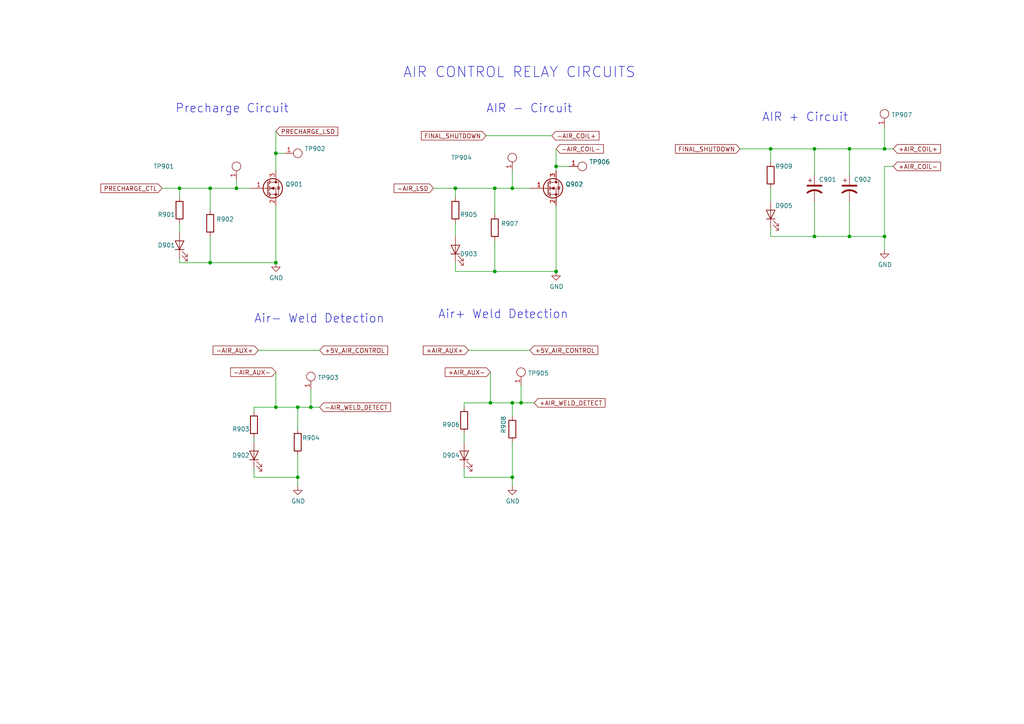
<source format=kicad_sch>
(kicad_sch (version 20211123) (generator eeschema)
  (paper "A4")
  (lib_symbols
    (symbol "formula:CP_1mF" (pin_numbers hide) (pin_names (offset 0.254) hide)
      (property "Reference" "C" (at 0.635 2.54 0))
      (property "Value" "CP_1mF" (at 0.635 -2.54 0))
      (symbol "CP_1mF_0_1"
        (polyline (pts (xy -2.032 0.762) (xy 2.032 0.762)) (stroke (width 0.508)))
        (polyline (pts (xy -1.778 2.286) (xy -0.762 2.286)))
        (polyline (pts (xy -1.27 1.778) (xy -1.27 2.794)))
        (arc (start 2.032 -1.27) (mid 0 -0.5572) (end -2.032 -1.27) (stroke (width 0.508)))
      )
      (symbol "CP_1mF_1_1"
        (pin passive line (at 0 3.81 270) (length 2.794) (name "~") (number "1"))
        (pin passive line (at 0 -3.81 90) (length 3.302) (name "~") (number "2"))
      )
    )
    (symbol "formula:LED_0805" (pin_numbers hide) (pin_names (offset 1.016) hide)
      (property "Reference" "D" (at 0 -2.54 0))
      (property "Value" "LED_0805" (at 0 2.54 0))
      (symbol "LED_0805_0_1"
        (polyline (pts (xy -1.27 -1.27) (xy -1.27 1.27)) (stroke (width 0.2032)))
        (polyline (pts (xy -1.27 0) (xy 1.27 0)))
        (polyline (pts (xy 1.27 -1.27) (xy 1.27 1.27) (xy -1.27 0) (xy 1.27 -1.27)) (stroke (width 0.2032)))
        (polyline (pts (xy -3.048 -0.762) (xy -4.572 -2.286) (xy -3.81 -2.286) (xy -4.572 -2.286) (xy -4.572 -1.524)))
        (polyline (pts (xy -1.778 -0.762) (xy -3.302 -2.286) (xy -2.54 -2.286) (xy -3.302 -2.286) (xy -3.302 -1.524)))
      )
      (symbol "LED_0805_1_1"
        (pin passive line (at -3.81 0 0) (length 2.54) (name "K") (number "1"))
        (pin passive line (at 3.81 0 180) (length 2.54) (name "A") (number "2"))
      )
    )
    (symbol "formula:R_10K" (pin_numbers hide) (pin_names (offset 0))
      (property "Reference" "R" (at 2.032 0 90))
      (property "Value" "R_10K" (at -2.54 0 90))
      (symbol "R_10K_0_1"
        (rectangle (start -1.016 -2.54) (end 1.016 2.54) (stroke (width 0.254)))
      )
      (symbol "R_10K_1_1"
        (pin passive line (at 0 3.81 270) (length 1.27) (name "~") (number "1"))
        (pin passive line (at 0 -3.81 90) (length 1.27) (name "~") (number "2"))
      )
    )
    (symbol "formula:R_1K" (pin_numbers hide) (pin_names (offset 0))
      (property "Reference" "R" (at 2.032 0 90))
      (property "Value" "R_1K" (at -2.54 0 90))
      (symbol "R_1K_0_1"
        (rectangle (start -1.016 -2.54) (end 1.016 2.54) (stroke (width 0.254)))
      )
      (symbol "R_1K_1_1"
        (pin passive line (at 0 3.81 270) (length 1.27) (name "~") (number "1"))
        (pin passive line (at 0 -3.81 90) (length 1.27) (name "~") (number "2"))
      )
    )
    (symbol "formula:R_200" (pin_numbers hide) (pin_names (offset 0))
      (property "Reference" "R" (at 2.032 0 90))
      (property "Value" "R_200" (at -2.54 0 90))
      (symbol "R_200_0_1"
        (rectangle (start -1.016 -2.54) (end 1.016 2.54) (stroke (width 0.254)))
      )
      (symbol "R_200_1_1"
        (pin passive line (at 0 3.81 270) (length 1.27) (name "~") (number "1"))
        (pin passive line (at 0 -3.81 90) (length 1.27) (name "~") (number "2"))
      )
    )
    (symbol "formula:SSM3K333R" (pin_names (offset 0) hide)
      (property "Reference" "Q" (at 5.08 1.905 0))
      (property "Value" "SSM3K333R" (at 5.08 0 0))
      (symbol "SSM3K333R_0_1"
        (polyline (pts (xy 0.762 -1.778) (xy 2.54 -1.778)))
        (polyline (pts (xy 0.762 -1.27) (xy 0.762 -2.286)) (stroke (width 0.254)))
        (polyline (pts (xy 0.762 0) (xy 2.54 0)))
        (polyline (pts (xy 0.762 0.508) (xy 0.762 -0.508)) (stroke (width 0.254)))
        (polyline (pts (xy 0.762 1.778) (xy 2.54 1.778)))
        (polyline (pts (xy 0.762 2.286) (xy 0.762 1.27)) (stroke (width 0.254)))
        (polyline (pts (xy 2.54 -1.778) (xy 2.54 -2.54)))
        (polyline (pts (xy 2.54 -1.778) (xy 2.54 0)))
        (polyline (pts (xy 2.54 2.54) (xy 2.54 1.778)))
        (polyline (pts (xy 0.254 1.905) (xy 0.254 -1.905) (xy 0.254 -1.905)) (stroke (width 0.254)))
        (polyline (pts (xy 1.016 0) (xy 2.032 0.381) (xy 2.032 -0.381) (xy 1.016 0)) (fill (type outline)))
        (polyline (pts (xy 2.54 -1.778) (xy 3.302 -1.778) (xy 3.302 1.778) (xy 2.54 1.778)))
        (polyline (pts (xy 2.794 0.508) (xy 2.921 0.381) (xy 3.683 0.381) (xy 3.81 0.254)))
        (polyline (pts (xy 3.302 0.381) (xy 2.921 -0.254) (xy 3.683 -0.254) (xy 3.302 0.381)))
        (circle (center 1.651 0) (radius 2.8194) (stroke (width 0.254)))
        (circle (center 2.54 -1.778) (radius 0.2794) (fill (type outline)))
        (circle (center 2.54 1.778) (radius 0.2794) (fill (type outline)))
      )
      (symbol "SSM3K333R_1_1"
        (pin input line (at -5.08 0 0) (length 5.334) (name "G") (number "1"))
        (pin passive line (at 2.54 -5.08 90) (length 2.54) (name "S") (number "2"))
        (pin passive line (at 2.54 5.08 270) (length 2.54) (name "D") (number "3"))
      )
    )
    (symbol "formula:Test_Point_SMD" (pin_names (offset 1.016))
      (property "Reference" "TP" (at 0 7.62 0))
      (property "Value" "Test_Point_SMD" (at 1.27 5.08 0))
      (symbol "Test_Point_SMD_1_1"
        (circle (center 0 2.54) (radius 1.27))
        (pin input line (at 0 -1.27 90) (length 2.54) (name "~") (number "1"))
      )
    )
    (symbol "power:GND" (power) (pin_names (offset 0))
      (property "Value" "GND" (at 0 -3.81 0))
      (symbol "GND_0_1"
        (polyline (pts (xy 0 0) (xy 0 -1.27) (xy 1.27 -1.27) (xy 0 -2.54) (xy -1.27 -1.27) (xy 0 -1.27)))
      )
      (symbol "GND_1_1"
        (pin power_in line (at 0 0 270) (length 0) hide (name "GND") (number "1"))
      )
    )
  )
  (junction (at 52.07 54.61))
  (junction (at 60.96 76.2))
  (junction (at 80.01 44.45))
  (junction (at 86.36 118.11))
  (junction (at 256.54 43.18))
  (junction (at 246.38 43.18))
  (junction (at 246.38 68.58))
  (junction (at 148.59 54.61))
  (junction (at 143.51 78.74))
  (junction (at 142.24 116.84))
  (junction (at 60.96 54.61))
  (junction (at 148.59 116.84))
  (junction (at 143.51 54.61))
  (junction (at 223.52 43.18))
  (junction (at 68.58 54.61))
  (junction (at 86.36 138.43))
  (junction (at 80.01 76.2))
  (junction (at 90.17 118.11))
  (junction (at 148.59 138.43))
  (junction (at 161.29 78.74))
  (junction (at 80.01 118.11))
  (junction (at 256.54 68.58))
  (junction (at 161.29 48.26))
  (junction (at 236.22 43.18))
  (junction (at 151.13 116.84))
  (junction (at 236.22 68.58))
  (junction (at 132.08 54.61))
  (wire (pts (xy 73.66 118.11) (xy 80.01 118.11)))
  (wire (pts (xy 236.22 43.18) (xy 246.38 43.18)))
  (wire (pts (xy 125.73 54.61) (xy 132.08 54.61)))
  (wire (pts (xy 82.55 44.45) (xy 80.01 44.45)))
  (wire (pts (xy 223.52 54.61) (xy 223.52 58.42)))
  (wire (pts (xy 134.62 138.43) (xy 148.59 138.43)))
  (wire (pts (xy 142.24 107.95) (xy 142.24 116.84)))
  (wire (pts (xy 92.71 101.6) (xy 74.93 101.6)))
  (wire (pts (xy 52.07 54.61) (xy 52.07 57.15)))
  (wire (pts (xy 52.07 54.61) (xy 60.96 54.61)))
  (wire (pts (xy 223.52 43.18) (xy 236.22 43.18)))
  (wire (pts (xy 161.29 48.26) (xy 165.1 48.26)))
  (wire (pts (xy 90.17 118.11) (xy 92.71 118.11)))
  (wire (pts (xy 132.08 54.61) (xy 143.51 54.61)))
  (wire (pts (xy 68.58 52.07) (xy 68.58 54.61)))
  (wire (pts (xy 246.38 68.58) (xy 256.54 68.58)))
  (wire (pts (xy 236.22 68.58) (xy 246.38 68.58)))
  (wire (pts (xy 60.96 54.61) (xy 68.58 54.61)))
  (wire (pts (xy 80.01 118.11) (xy 86.36 118.11)))
  (wire (pts (xy 161.29 43.18) (xy 161.29 48.26)))
  (wire (pts (xy 148.59 49.53) (xy 148.59 54.61)))
  (wire (pts (xy 223.52 68.58) (xy 236.22 68.58)))
  (wire (pts (xy 246.38 58.42) (xy 246.38 68.58)))
  (wire (pts (xy 148.59 116.84) (xy 148.59 120.65)))
  (wire (pts (xy 140.97 39.37) (xy 160.02 39.37)))
  (wire (pts (xy 143.51 78.74) (xy 161.29 78.74)))
  (wire (pts (xy 80.01 44.45) (xy 80.01 49.53)))
  (wire (pts (xy 73.66 138.43) (xy 86.36 138.43)))
  (wire (pts (xy 132.08 76.2) (xy 132.08 78.74)))
  (wire (pts (xy 86.36 132.08) (xy 86.36 138.43)))
  (wire (pts (xy 135.89 101.6) (xy 153.67 101.6)))
  (wire (pts (xy 52.07 76.2) (xy 60.96 76.2)))
  (wire (pts (xy 86.36 138.43) (xy 86.36 140.97)))
  (wire (pts (xy 148.59 116.84) (xy 151.13 116.84)))
  (wire (pts (xy 134.62 125.73) (xy 134.62 128.27)))
  (wire (pts (xy 142.24 116.84) (xy 148.59 116.84)))
  (wire (pts (xy 73.66 127) (xy 73.66 128.27)))
  (wire (pts (xy 68.58 54.61) (xy 72.39 54.61)))
  (wire (pts (xy 256.54 68.58) (xy 256.54 48.26)))
  (wire (pts (xy 46.99 54.61) (xy 52.07 54.61)))
  (wire (pts (xy 60.96 68.58) (xy 60.96 76.2)))
  (wire (pts (xy 161.29 48.26) (xy 161.29 49.53)))
  (wire (pts (xy 148.59 128.27) (xy 148.59 138.43)))
  (wire (pts (xy 132.08 68.58) (xy 132.08 64.77)))
  (wire (pts (xy 236.22 58.42) (xy 236.22 68.58)))
  (wire (pts (xy 246.38 43.18) (xy 246.38 50.8)))
  (wire (pts (xy 256.54 68.58) (xy 256.54 72.39)))
  (wire (pts (xy 143.51 54.61) (xy 148.59 54.61)))
  (wire (pts (xy 132.08 78.74) (xy 143.51 78.74)))
  (wire (pts (xy 60.96 76.2) (xy 80.01 76.2)))
  (wire (pts (xy 256.54 48.26) (xy 259.08 48.26)))
  (wire (pts (xy 151.13 111.76) (xy 151.13 116.84)))
  (wire (pts (xy 80.01 76.2) (xy 80.01 59.69)))
  (wire (pts (xy 52.07 74.93) (xy 52.07 76.2)))
  (wire (pts (xy 151.13 116.84) (xy 154.94 116.84)))
  (wire (pts (xy 223.52 43.18) (xy 223.52 46.99)))
  (wire (pts (xy 80.01 107.95) (xy 80.01 118.11)))
  (wire (pts (xy 143.51 62.23) (xy 143.51 54.61)))
  (wire (pts (xy 246.38 43.18) (xy 256.54 43.18)))
  (wire (pts (xy 256.54 36.83) (xy 256.54 43.18)))
  (wire (pts (xy 134.62 135.89) (xy 134.62 138.43)))
  (wire (pts (xy 52.07 64.77) (xy 52.07 67.31)))
  (wire (pts (xy 256.54 43.18) (xy 259.08 43.18)))
  (wire (pts (xy 80.01 38.1) (xy 80.01 44.45)))
  (wire (pts (xy 214.63 43.18) (xy 223.52 43.18)))
  (wire (pts (xy 86.36 118.11) (xy 86.36 124.46)))
  (wire (pts (xy 132.08 57.15) (xy 132.08 54.61)))
  (wire (pts (xy 86.36 118.11) (xy 90.17 118.11)))
  (wire (pts (xy 143.51 69.85) (xy 143.51 78.74)))
  (wire (pts (xy 148.59 54.61) (xy 153.67 54.61)))
  (wire (pts (xy 73.66 135.89) (xy 73.66 138.43)))
  (wire (pts (xy 60.96 54.61) (xy 60.96 60.96)))
  (wire (pts (xy 161.29 59.69) (xy 161.29 78.74)))
  (wire (pts (xy 148.59 138.43) (xy 148.59 140.97)))
  (wire (pts (xy 236.22 43.18) (xy 236.22 50.8)))
  (wire (pts (xy 134.62 116.84) (xy 134.62 118.11)))
  (wire (pts (xy 90.17 113.03) (xy 90.17 118.11)))
  (wire (pts (xy 73.66 118.11) (xy 73.66 119.38)))
  (wire (pts (xy 134.62 116.84) (xy 142.24 116.84)))
  (wire (pts (xy 223.52 66.04) (xy 223.52 68.58)))
  (text "Precharge Circuit" (at 50.8 33.02 0) (effects (font (size 2.4892 2.4892)) (justify left bottom)))
  (text "Air- Weld Detection" (at 73.66 93.98 0) (effects (font (size 2.4892 2.4892)) (justify left bottom)))
  (text "AIR + Circuit" (at 220.98 35.56 0) (effects (font (size 2.4892 2.4892)) (justify left bottom)))
  (text "Air+ Weld Detection" (at 127 92.71 0) (effects (font (size 2.4892 2.4892)) (justify left bottom)))
  (text "AIR - Circuit" (at 140.97 33.02 0) (effects (font (size 2.4892 2.4892)) (justify left bottom)))
  (text "AIR CONTROL RELAY CIRCUITS" (at 116.84 22.86 0) (effects (font (size 2.9972 2.9972)) (justify left bottom)))
  (global_label "-AIR_AUX+" (shape input) (at 74.93 101.6 180) (property "Intersheet References" "${INTERSHEET_REFS}" (effects hide)))
  (global_label "-AIR_AUX-" (shape input) (at 80.01 107.95 180) (property "Intersheet References" "${INTERSHEET_REFS}" (effects hide)))
  (global_label "+AIR_WELD_DETECT" (shape input) (at 154.94 116.84 0) (property "Intersheet References" "${INTERSHEET_REFS}" (effects hide)))
  (global_label "+5V_AIR_CONTROL" (shape input) (at 92.71 101.6 0) (property "Intersheet References" "${INTERSHEET_REFS}" (effects hide)))
  (global_label "+AIR_AUX-" (shape input) (at 142.24 107.95 180) (property "Intersheet References" "${INTERSHEET_REFS}" (effects hide)))
  (global_label "+5V_AIR_CONTROL" (shape input) (at 153.67 101.6 0) (property "Intersheet References" "${INTERSHEET_REFS}" (effects hide)))
  (global_label "-AIR_COIL-" (shape input) (at 161.29 43.18 0) (property "Intersheet References" "${INTERSHEET_REFS}" (effects hide)))
  (global_label "+AIR_COIL-" (shape input) (at 259.08 48.26 0) (property "Intersheet References" "${INTERSHEET_REFS}" (effects hide)))
  (global_label "+AIR_COIL+" (shape input) (at 259.08 43.18 0) (property "Intersheet References" "${INTERSHEET_REFS}" (effects hide)))
  (global_label "FINAL_SHUTDOWN" (shape input) (at 214.63 43.18 180) (property "Intersheet References" "${INTERSHEET_REFS}" (effects hide)))
  (global_label "-AIR_COIL+" (shape input) (at 160.02 39.37 0) (property "Intersheet References" "${INTERSHEET_REFS}" (effects hide)))
  (global_label "PRECHARGE_CTL" (shape input) (at 46.99 54.61 180) (property "Intersheet References" "${INTERSHEET_REFS}" (effects hide)))
  (global_label "PRECHARGE_LSD" (shape input) (at 80.01 38.1 0) (property "Intersheet References" "${INTERSHEET_REFS}" (effects hide)))
  (global_label "-AIR_LSD" (shape input) (at 125.73 54.61 180) (property "Intersheet References" "${INTERSHEET_REFS}" (effects hide)))
  (global_label "FINAL_SHUTDOWN" (shape input) (at 140.97 39.37 180) (property "Intersheet References" "${INTERSHEET_REFS}" (effects hide)))
  (global_label "-AIR_WELD_DETECT" (shape input) (at 92.71 118.11 0) (property "Intersheet References" "${INTERSHEET_REFS}" (effects hide)))
  (global_label "+AIR_AUX+" (shape input) (at 135.89 101.6 180) (property "Intersheet References" "${INTERSHEET_REFS}" (effects hide)))
  (symbol (lib_id "power:GND") (at 148.59 140.97 0) (unit 1)
    (property "Reference" "#PWR?" (effects hide))
  )
  (symbol (lib_id "formula:R_10K") (at 148.59 124.46 0) (unit 1)
    (property "Reference" "R908" (at 146.05 125.73 90) (effects (justify left)))
    (property "Datasheet" "http://www.bourns.com/data/global/pdfs/CRS.pdf" (effects hide))
    (property "MFN" "DK" (effects hide))
    (property "MPN" "CRS0805-FX-1002ELFCT-ND" (effects hide))
    (property "PurchasingLink" "https://www.digikey.com/products/en?keywords=CRS0805-FX-1002ELFCT-ND" (effects hide))
  )
  (symbol (lib_id "formula:LED_0805") (at 134.62 132.08 90) (unit 1)
    (property "Reference" "D904" (at 128.27 132.08 90) (effects (justify right)))
    (property "Datasheet" "http://www.osram-os.com/Graphics/XPic9/00078860_0.pdf" (effects hide))
    (property "MFN" "DK" (effects hide))
    (property "MPN" "475-1410-1-ND" (effects hide))
    (property "PurchasingLink" "https://www.digikey.com/products/en?keywords=475-1410-1-ND" (effects hide))
  )
  (symbol (lib_id "formula:R_200") (at 134.62 121.92 0) (unit 1)
    (property "Reference" "R906" (at 128.27 123.19 0) (effects (justify left)))
    (property "Datasheet" "https://www.seielect.com/Catalog/SEI-RMCF_RMCP.pdf" (effects hide))
    (property "MFN" "DK" (effects hide))
    (property "MPN" "RMCF0805JT200RCT-ND" (effects hide))
    (property "PurchasingLink" "https://www.digikey.com/products/en?keywords=RMCF0805JT200RCT-ND" (effects hide))
  )
  (symbol (lib_id "power:GND") (at 86.36 140.97 0) (unit 1)
    (property "Reference" "#PWR?" (effects hide))
  )
  (symbol (lib_id "formula:LED_0805") (at 73.66 132.08 90) (unit 1)
    (property "Reference" "D902" (at 67.31 132.08 90) (effects (justify right)))
    (property "Datasheet" "http://www.osram-os.com/Graphics/XPic9/00078860_0.pdf" (effects hide))
    (property "MFN" "DK" (effects hide))
    (property "MPN" "475-1410-1-ND" (effects hide))
    (property "PurchasingLink" "https://www.digikey.com/products/en?keywords=475-1410-1-ND" (effects hide))
  )
  (symbol (lib_id "formula:R_200") (at 73.66 123.19 0) (unit 1)
    (property "Reference" "R903" (at 67.31 124.46 0) (effects (justify left)))
    (property "Datasheet" "https://www.seielect.com/Catalog/SEI-RMCF_RMCP.pdf" (effects hide))
    (property "MFN" "DK" (effects hide))
    (property "MPN" "RMCF0805JT200RCT-ND" (effects hide))
    (property "PurchasingLink" "https://www.digikey.com/products/en?keywords=RMCF0805JT200RCT-ND" (effects hide))
  )
  (symbol (lib_id "formula:R_10K") (at 86.36 128.27 0) (unit 1)
    (property "Reference" "R904" (at 87.63 127 0) (effects (justify left)))
    (property "Datasheet" "http://www.bourns.com/data/global/pdfs/CRS.pdf" (effects hide))
    (property "MFN" "DK" (effects hide))
    (property "MPN" "CRS0805-FX-1002ELFCT-ND" (effects hide))
    (property "PurchasingLink" "https://www.digikey.com/products/en?keywords=CRS0805-FX-1002ELFCT-ND" (effects hide))
  )
  (symbol (lib_id "power:GND") (at 256.54 72.39 0) (unit 1)
    (property "Reference" "#PWR?" (effects hide))
  )
  (symbol (lib_id "formula:LED_0805") (at 223.52 62.23 90) (unit 1)
    (property "Reference" "D905" (at 224.79 59.69 90) (effects (justify right)))
    (property "Datasheet" "http://www.osram-os.com/Graphics/XPic9/00078860_0.pdf" (effects hide))
    (property "MFN" "DK" (effects hide))
    (property "MPN" "475-1410-1-ND" (effects hide))
    (property "PurchasingLink" "https://www.digikey.com/products/en?keywords=475-1410-1-ND" (effects hide))
  )
  (symbol (lib_id "formula:CP_1mF") (at 246.38 54.61 0) (unit 1)
    (property "Reference" "C902" (at 247.65 52.07 0) (effects (justify left)))
    (property "Datasheet" "http://nichicon-us.com/english/products/pdfs/e-uvz.pdf" (effects hide))
    (property "MFN" "Digi-Key" (effects hide))
    (property "MPN" "493-1305-ND" (effects hide))
    (property "Package" "Radial, Can" (effects hide))
    (property "PurchasingLink" "https://www.digikey.com/products/en?keywords=493-1305-ND" (effects hide))
  )
  (symbol (lib_id "formula:CP_1mF") (at 236.22 54.61 0) (unit 1)
    (property "Reference" "C901" (at 237.49 52.07 0) (effects (justify left)))
    (property "Datasheet" "http://nichicon-us.com/english/products/pdfs/e-uvz.pdf" (effects hide))
    (property "MFN" "Digi-Key" (effects hide))
    (property "MPN" "493-1305-ND" (effects hide))
    (property "Package" "Radial, Can" (effects hide))
    (property "PurchasingLink" "https://www.digikey.com/products/en?keywords=493-1305-ND" (effects hide))
  )
  (symbol (lib_id "formula:R_1K") (at 223.52 50.8 0) (unit 1)
    (property "Reference" "R909" (at 224.79 48.26 0) (effects (justify left)))
    (property "Datasheet" "https://www.seielect.com/Catalog/SEI-rncp.pdf" (effects hide))
    (property "MFN" "DK" (effects hide))
    (property "MPN" "RNCP0805FTD1K00CT-ND" (effects hide))
    (property "PurchasingLink" "https://www.digikey.com/products/en?keywords=RNCP0805FTD1K00CT-ND" (effects hide))
  )
  (symbol (lib_id "power:GND") (at 161.29 78.74 0) (unit 1)
    (property "Reference" "#PWR?" (effects hide))
  )
  (symbol (lib_id "formula:LED_0805") (at 132.08 72.39 90) (unit 1)
    (property "Reference" "D903" (at 133.35 73.66 90) (effects (justify right)))
    (property "Datasheet" "http://www.osram-os.com/Graphics/XPic9/00078860_0.pdf" (effects hide))
    (property "MFN" "DK" (effects hide))
    (property "MPN" "475-1410-1-ND" (effects hide))
    (property "PurchasingLink" "https://www.digikey.com/products/en?keywords=475-1410-1-ND" (effects hide))
  )
  (symbol (lib_id "formula:R_10K") (at 143.51 66.04 0) (unit 1)
    (property "Reference" "R907" (at 145.288 64.8716 0) (effects (justify left)))
    (property "Datasheet" "http://www.bourns.com/data/global/pdfs/CRS.pdf" (effects hide))
    (property "MFN" "DK" (effects hide))
    (property "MPN" "CRS0805-FX-1002ELFCT-ND" (effects hide))
    (property "PurchasingLink" "https://www.digikey.com/products/en?keywords=CRS0805-FX-1002ELFCT-ND" (effects hide))
  )
  (symbol (lib_id "formula:R_200") (at 132.08 60.96 0) (unit 1)
    (property "Reference" "R905" (at 133.35 62.23 0) (effects (justify left)))
    (property "Datasheet" "https://www.seielect.com/Catalog/SEI-RMCF_RMCP.pdf" (effects hide))
    (property "MFN" "DK" (effects hide))
    (property "MPN" "RMCF0805JT200RCT-ND" (effects hide))
    (property "PurchasingLink" "https://www.digikey.com/products/en?keywords=RMCF0805JT200RCT-ND" (effects hide))
  )
  (symbol (lib_id "formula:SSM3K333R") (at 158.75 54.61 0) (unit 1)
    (property "Reference" "Q902" (at 163.9824 53.4416 0) (effects (justify left)))
    (property "Datasheet" "https://drive.google.com/drive/folders/0B-V-iZf33Y4GNzhDQTJZanJRbVk" (effects hide))
    (property "MFN" "DK" (effects hide))
    (property "MPN" "SSM3K333RLFCT-ND" (effects hide))
    (property "PurchasingLink" "https://www.digikey.com/product-detail/en/toshiba-semiconductor-and-storage/SSM3K333RLF/SSM3K333RLFCT-ND/3522391" (effects hide))
  )
  (symbol (lib_id "power:GND") (at 80.01 76.2 0) (unit 1)
    (property "Reference" "#PWR?" (effects hide))
  )
  (symbol (lib_id "formula:R_200") (at 52.07 60.96 0) (unit 1)
    (property "Reference" "R901" (at 45.72 62.23 0) (effects (justify left)))
    (property "Datasheet" "https://www.seielect.com/Catalog/SEI-RMCF_RMCP.pdf" (effects hide))
    (property "MFN" "DK" (effects hide))
    (property "MPN" "RMCF0805JT200RCT-ND" (effects hide))
    (property "PurchasingLink" "https://www.digikey.com/products/en?keywords=RMCF0805JT200RCT-ND" (effects hide))
  )
  (symbol (lib_id "formula:LED_0805") (at 52.07 71.12 90) (unit 1)
    (property "Reference" "D901" (at 45.72 71.12 90) (effects (justify right)))
    (property "Datasheet" "http://www.osram-os.com/Graphics/XPic9/00078860_0.pdf" (effects hide))
    (property "MFN" "DK" (effects hide))
    (property "MPN" "475-1410-1-ND" (effects hide))
    (property "PurchasingLink" "https://www.digikey.com/products/en?keywords=475-1410-1-ND" (effects hide))
  )
  (symbol (lib_id "formula:SSM3K333R") (at 77.47 54.61 0) (unit 1)
    (property "Reference" "Q901" (at 82.7024 53.4416 0) (effects (justify left)))
    (property "Datasheet" "https://drive.google.com/drive/folders/0B-V-iZf33Y4GNzhDQTJZanJRbVk" (effects hide))
    (property "MFN" "DK" (effects hide))
    (property "MPN" "SSM3K333RLFCT-ND" (effects hide))
    (property "PurchasingLink" "https://www.digikey.com/product-detail/en/toshiba-semiconductor-and-storage/SSM3K333RLF/SSM3K333RLFCT-ND/3522391" (effects hide))
  )
  (symbol (lib_id "formula:R_10K") (at 60.96 64.77 0) (unit 1)
    (property "Reference" "R902" (at 62.738 63.6016 0) (effects (justify left)))
    (property "Datasheet" "http://www.bourns.com/data/global/pdfs/CRS.pdf" (effects hide))
    (property "MFN" "DK" (effects hide))
    (property "MPN" "CRS0805-FX-1002ELFCT-ND" (effects hide))
    (property "PurchasingLink" "https://www.digikey.com/products/en?keywords=CRS0805-FX-1002ELFCT-ND" (effects hide))
  )
  (symbol (lib_id "formula:Test_Point_SMD") (at 68.58 50.8 0) (unit 1)
    (property "Reference" "TP901" (at 44.45 48.26 0) (effects (justify left)))
  )
  (symbol (lib_id "formula:Test_Point_SMD") (at 83.82 44.45 270) (unit 1)
    (property "Reference" "TP902" (at 88.3412 43.1546 90) (effects (justify left)))
  )
  (symbol (lib_id "formula:Test_Point_SMD") (at 148.59 48.26 0) (unit 1)
    (property "Reference" "TP904" (at 130.81 45.72 0) (effects (justify left)))
  )
  (symbol (lib_id "formula:Test_Point_SMD") (at 166.37 48.26 270) (unit 1)
    (property "Reference" "TP906" (at 170.8912 46.9646 90) (effects (justify left)))
  )
  (symbol (lib_id "formula:Test_Point_SMD") (at 256.54 35.56 0) (unit 1)
    (property "Reference" "TP907" (at 258.5212 33.3248 0) (effects (justify left)))
  )
  (symbol (lib_id "formula:Test_Point_SMD") (at 90.17 111.76 0) (unit 1)
    (property "Reference" "TP903" (at 92.1512 109.5248 0) (effects (justify left)))
  )
  (symbol (lib_id "formula:Test_Point_SMD") (at 151.13 110.49 0) (unit 1)
    (property "Reference" "TP905" (at 153.1112 108.2548 0) (effects (justify left)))
  )
)
</source>
